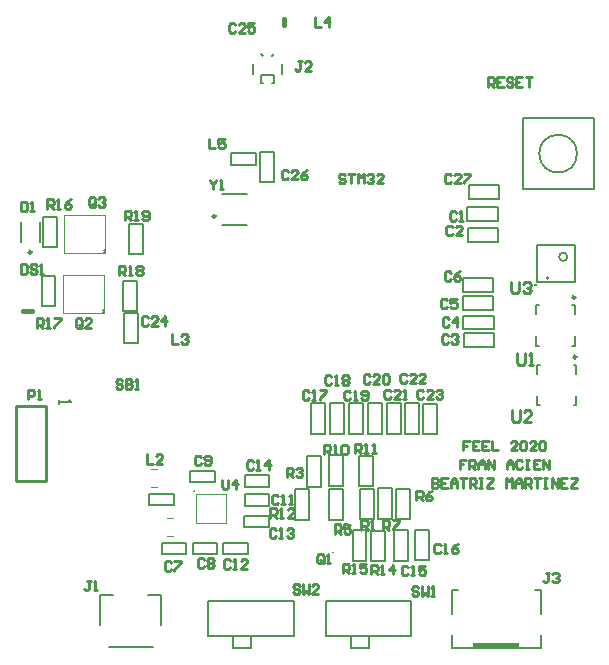
<source format=gbr>
%TF.GenerationSoftware,Altium Limited,Altium Designer,20.2.4 (192)*%
G04 Layer_Color=65535*
%FSLAX26Y26*%
%MOIN*%
%TF.SameCoordinates,E8949934-62E6-4346-A9B8-0D5D28CF3135*%
%TF.FilePolarity,Positive*%
%TF.FileFunction,Legend,Top*%
%TF.Part,Single*%
G01*
G75*
%TA.AperFunction,NonConductor*%
%ADD53C,0.005000*%
%ADD85C,0.005906*%
%ADD86C,0.010000*%
%ADD95C,0.009842*%
%ADD96C,0.006000*%
%ADD97C,0.003937*%
%ADD98C,0.007874*%
%ADD99C,0.004921*%
%ADD100C,0.004000*%
%ADD101C,0.015748*%
%ADD102C,0.005984*%
%ADD103R,0.157480X0.019685*%
D53*
X1283102Y443654D02*
Y544654D01*
X1329102Y443654D02*
Y544654D01*
X1283102D02*
X1329102D01*
X1283102Y443654D02*
X1329102D01*
X1063614Y729087D02*
X1109614D01*
X1063614Y830087D02*
X1109614D01*
Y729087D02*
Y830087D01*
X1063614Y729087D02*
Y830087D01*
X1000622Y729087D02*
X1046622D01*
X1000622Y830087D02*
X1046622D01*
Y729087D02*
Y830087D01*
X1000622Y729087D02*
Y830087D01*
X1346094Y306842D02*
X1392094D01*
X1346094Y407842D02*
X1392094D01*
Y306842D02*
Y407842D01*
X1346094Y306842D02*
Y407842D01*
X1275228Y305740D02*
X1321228D01*
X1275228Y406740D02*
X1321228D01*
Y305740D02*
Y406740D01*
X1275228Y305740D02*
Y406740D01*
X1059020Y556010D02*
Y657010D01*
X1105020Y556010D02*
Y657010D01*
X1059020D02*
X1105020D01*
X1059020Y556010D02*
X1105020D01*
X377000Y1031000D02*
X423000D01*
X377000Y1132000D02*
X423000D01*
Y1031000D02*
Y1132000D01*
X377000Y1031000D02*
Y1132000D01*
X734000Y1664000D02*
X816000D01*
X734000Y1626000D02*
Y1664000D01*
Y1626000D02*
X816000D01*
Y1664000D01*
X1607646Y1076409D02*
Y1122409D01*
X1506646Y1076409D02*
Y1122409D01*
X1607646D01*
X1506646Y1076409D02*
X1607646D01*
X1505583Y1187292D02*
X1606583D01*
X1505583Y1141292D02*
X1606583D01*
Y1187292D01*
X1505583Y1141292D02*
Y1187292D01*
X1505661Y1202394D02*
Y1248394D01*
X1606661Y1202394D02*
Y1248394D01*
X1505661Y1202394D02*
X1606661D01*
X1505661Y1248394D02*
X1606661D01*
X1521000Y1368000D02*
X1622000D01*
X1521000Y1414000D02*
X1622000D01*
X1521000Y1368000D02*
Y1414000D01*
X1622000Y1368000D02*
Y1414000D01*
X1520693Y1438370D02*
X1621693D01*
X1520693Y1484370D02*
X1621693D01*
X1520693Y1438370D02*
Y1484370D01*
X1621693Y1438370D02*
Y1484370D01*
X1625244Y1512433D02*
Y1558433D01*
X1524244Y1512433D02*
Y1558433D01*
X1625244D01*
X1524244Y1512433D02*
X1625244D01*
X1200000Y305000D02*
Y406000D01*
X1246000Y305000D02*
Y406000D01*
X1200000D02*
X1246000D01*
X1200000Y305000D02*
X1246000D01*
X1138000Y407000D02*
X1184000D01*
X1138000Y306000D02*
X1184000D01*
X1138000D02*
Y407000D01*
X1184000Y306000D02*
Y407000D01*
X1059677Y543669D02*
X1105677D01*
X1059677Y442669D02*
X1105677D01*
X1059677D02*
Y543669D01*
X1105677Y442669D02*
Y543669D01*
X986000Y653000D02*
X1032000D01*
X986000Y552000D02*
X1032000D01*
X986000D02*
Y653000D01*
X1032000Y552000D02*
Y653000D01*
X945990Y543000D02*
X991990D01*
X945990Y442000D02*
X991990D01*
X945990D02*
Y543000D01*
X991990Y442000D02*
Y543000D01*
X1205000Y554000D02*
Y655000D01*
X1159000Y554000D02*
Y655000D01*
Y554000D02*
X1205000D01*
X1159000Y655000D02*
X1205000D01*
X1126606Y729087D02*
X1172606D01*
X1126606Y830087D02*
X1172606D01*
Y729087D02*
Y830087D01*
X1126606Y729087D02*
Y830087D01*
X1189598Y729087D02*
X1235598D01*
X1189598Y830087D02*
X1235598D01*
Y729087D02*
Y830087D01*
X1189598Y729087D02*
Y830087D01*
X1252591Y729087D02*
X1298591D01*
X1252591Y830087D02*
X1298591D01*
Y729087D02*
Y830087D01*
X1252591Y729087D02*
Y830087D01*
X1314000Y729000D02*
X1360000D01*
X1314000Y830000D02*
X1360000D01*
Y729000D02*
Y830000D01*
X1314000Y729000D02*
Y830000D01*
X1374000Y728000D02*
X1420000D01*
X1374000Y829000D02*
X1420000D01*
Y728000D02*
Y829000D01*
X1374000Y728000D02*
Y829000D01*
X1162000Y445000D02*
X1208000D01*
X1162000Y546000D02*
X1208000D01*
Y445000D02*
Y546000D01*
X1162000Y445000D02*
Y546000D01*
X679000Y567000D02*
Y605000D01*
X597000Y567000D02*
X679000D01*
X597000D02*
Y605000D01*
X679000D01*
X1507630Y1018339D02*
X1608630D01*
X1507630Y1064339D02*
X1608630D01*
X1507630Y1018339D02*
Y1064339D01*
X1608630Y1018339D02*
Y1064339D01*
X1222000Y446000D02*
X1268000D01*
X1222000Y547000D02*
X1268000D01*
Y446000D02*
Y547000D01*
X1222000Y446000D02*
Y547000D01*
X101000Y1254000D02*
X147000D01*
X101000Y1153000D02*
X147000D01*
X101000D02*
Y1254000D01*
X147000Y1153000D02*
Y1254000D01*
X392000Y1327000D02*
X438000D01*
X392000Y1428000D02*
X438000D01*
Y1327000D02*
Y1428000D01*
X392000Y1327000D02*
Y1428000D01*
X374000Y1137000D02*
X420000D01*
X374000Y1238000D02*
X420000D01*
Y1137000D02*
Y1238000D01*
X374000Y1137000D02*
Y1238000D01*
X105000Y1350000D02*
X151000D01*
X105000Y1451000D02*
X151000D01*
Y1350000D02*
Y1451000D01*
X105000Y1350000D02*
Y1451000D01*
X459000Y528000D02*
X541000D01*
X459000Y490000D02*
Y528000D01*
Y490000D02*
X541000D01*
Y528000D01*
X778213Y551866D02*
X860213D01*
Y589866D01*
X778213D02*
X860213D01*
X778213Y551866D02*
Y589866D01*
X777583Y488874D02*
X859583D01*
Y526874D01*
X777583D02*
X859583D01*
X777583Y488874D02*
Y526874D01*
X776575Y417000D02*
X858575D01*
Y455000D01*
X776575D02*
X858575D01*
X776575Y417000D02*
Y455000D01*
X501992Y327457D02*
X583992D01*
Y365457D01*
X501992D02*
X583992D01*
X501992Y327457D02*
Y365457D01*
X604354D02*
X686354D01*
X604354Y327457D02*
Y365457D01*
Y327457D02*
X686354D01*
Y365457D01*
X707346D02*
X789346D01*
X707346Y327457D02*
Y365457D01*
Y327457D02*
X789346D01*
Y365457D01*
X830000Y1568000D02*
X876000D01*
X830000Y1669000D02*
X876000D01*
Y1568000D02*
Y1669000D01*
X830000Y1568000D02*
Y1669000D01*
D85*
X1791394Y1247756D02*
G03*
X1791394Y1247756I-2953J0D01*
G01*
X1853401Y1318622D02*
G03*
X1853401Y1318622I-13780J0D01*
G01*
X296625Y191189D02*
X338951D01*
X457055D02*
X499382D01*
X296625Y92764D02*
Y191189D01*
X325165Y18706D02*
X470835D01*
X499382Y92764D02*
Y191189D01*
X1049323Y52945D02*
Y171055D01*
Y52945D02*
X1332787Y52945D01*
Y171055D01*
X1049323Y171055D02*
X1332787Y171055D01*
X1132000Y13575D02*
Y52945D01*
Y13575D02*
X1191055D01*
Y52945D01*
X799000Y13575D02*
Y52945D01*
X739945Y13575D02*
X799000D01*
X739945D02*
Y52945D01*
X657268Y171055D02*
X940732Y171055D01*
Y52945D02*
Y171055D01*
X657268Y52945D02*
X940732Y52945D01*
X657268Y52945D02*
Y171055D01*
X1878008Y1232992D02*
Y1357008D01*
X1753992D02*
X1878008D01*
X1753992Y1232992D02*
Y1357008D01*
Y1232992D02*
X1878008D01*
X1870102Y1157913D02*
X1877976D01*
Y1126417D02*
Y1157913D01*
Y1022087D02*
Y1053583D01*
X1870102Y1022087D02*
X1877976D01*
X1750024D02*
X1757898D01*
X1750024D02*
Y1053583D01*
Y1157913D02*
X1757898D01*
X1750024Y1126417D02*
Y1157913D01*
X1754024Y927417D02*
Y958913D01*
X1761898D01*
X1754024Y823087D02*
Y854583D01*
Y823087D02*
X1761898D01*
X1874102D02*
X1881976D01*
Y854583D01*
Y927417D02*
Y958913D01*
X1874102D02*
X1881976D01*
X868764Y1987992D02*
X875653Y1994882D01*
X832347D02*
X839236Y1987992D01*
X804787Y1928740D02*
Y1962598D01*
X868173Y1896457D02*
X875654D01*
X832346D02*
X839827D01*
X903213Y1928740D02*
Y1962598D01*
X875653Y1923228D02*
X875654Y1896457D01*
X832346D02*
X832347Y1923228D01*
X875653D01*
D86*
X15748Y572197D02*
X114173D01*
Y821803D01*
X15748D02*
X114173D01*
X15748Y572197D02*
Y821803D01*
X1528253Y704422D02*
X1507262D01*
Y688679D01*
X1517757D01*
X1507262D01*
Y672936D01*
X1559738Y704422D02*
X1538748D01*
Y672936D01*
X1559738D01*
X1538748Y688679D02*
X1549243D01*
X1591224Y704422D02*
X1570234D01*
Y672936D01*
X1591224D01*
X1570234Y688679D02*
X1580729D01*
X1601720Y704422D02*
Y672936D01*
X1622710D01*
X1685682D02*
X1664691D01*
X1685682Y693927D01*
Y699175D01*
X1680434Y704422D01*
X1669939D01*
X1664691Y699175D01*
X1696177D02*
X1701425Y704422D01*
X1711920D01*
X1717168Y699175D01*
Y678184D01*
X1711920Y672936D01*
X1701425D01*
X1696177Y678184D01*
Y699175D01*
X1748654Y672936D02*
X1727663D01*
X1748654Y693927D01*
Y699175D01*
X1743406Y704422D01*
X1732911D01*
X1727663Y699175D01*
X1759149D02*
X1764397Y704422D01*
X1774892D01*
X1780140Y699175D01*
Y678184D01*
X1774892Y672936D01*
X1764397D01*
X1759149Y678184D01*
Y699175D01*
X1515133Y642639D02*
X1494143D01*
Y626896D01*
X1504638D01*
X1494143D01*
Y611153D01*
X1525629D02*
Y642639D01*
X1541372D01*
X1546619Y637391D01*
Y626896D01*
X1541372Y621649D01*
X1525629D01*
X1536124D02*
X1546619Y611153D01*
X1557115D02*
Y632144D01*
X1567610Y642639D01*
X1578105Y632144D01*
Y611153D01*
Y626896D01*
X1557115D01*
X1588601Y611153D02*
Y642639D01*
X1609591Y611153D01*
Y642639D01*
X1651572Y611153D02*
Y632144D01*
X1662068Y642639D01*
X1672563Y632144D01*
Y611153D01*
Y626896D01*
X1651572D01*
X1704049Y637391D02*
X1698801Y642639D01*
X1688306D01*
X1683058Y637391D01*
Y616401D01*
X1688306Y611153D01*
X1698801D01*
X1704049Y616401D01*
X1714544Y642639D02*
X1725039D01*
X1719792D01*
Y611153D01*
X1714544D01*
X1725039D01*
X1761773Y642639D02*
X1740782D01*
Y611153D01*
X1761773D01*
X1740782Y626896D02*
X1751278D01*
X1772268Y611153D02*
Y642639D01*
X1793259Y611153D01*
Y642639D01*
X1402309Y580856D02*
Y549370D01*
X1418052D01*
X1423300Y554618D01*
Y559865D01*
X1418052Y565113D01*
X1402309D01*
X1418052D01*
X1423300Y570361D01*
Y575608D01*
X1418052Y580856D01*
X1402309D01*
X1454785D02*
X1433795D01*
Y549370D01*
X1454785D01*
X1433795Y565113D02*
X1444290D01*
X1465281Y549370D02*
Y570361D01*
X1475776Y580856D01*
X1486271Y570361D01*
Y549370D01*
Y565113D01*
X1465281D01*
X1496767Y580856D02*
X1517757D01*
X1507262D01*
Y549370D01*
X1528253D02*
Y580856D01*
X1543995D01*
X1549243Y575608D01*
Y565113D01*
X1543995Y559865D01*
X1528253D01*
X1538748D02*
X1549243Y549370D01*
X1559738Y580856D02*
X1570234D01*
X1564986D01*
Y549370D01*
X1559738D01*
X1570234D01*
X1585977Y580856D02*
X1606967D01*
Y575608D01*
X1585977Y554618D01*
Y549370D01*
X1606967D01*
X1648948D02*
Y580856D01*
X1659444Y570361D01*
X1669939Y580856D01*
Y549370D01*
X1680434D02*
Y570361D01*
X1690930Y580856D01*
X1701425Y570361D01*
Y549370D01*
Y565113D01*
X1680434D01*
X1711920Y549370D02*
Y580856D01*
X1727663D01*
X1732911Y575608D01*
Y565113D01*
X1727663Y559865D01*
X1711920D01*
X1722416D02*
X1732911Y549370D01*
X1743406Y580856D02*
X1764397D01*
X1753901D01*
Y549370D01*
X1774892Y580856D02*
X1785387D01*
X1780140D01*
Y549370D01*
X1774892D01*
X1785387D01*
X1801130D02*
Y580856D01*
X1822121Y549370D01*
Y580856D01*
X1853607D02*
X1832616D01*
Y549370D01*
X1853607D01*
X1832616Y565113D02*
X1843112D01*
X1864102Y580856D02*
X1885093D01*
Y575608D01*
X1864102Y554618D01*
Y549370D01*
X1885093D01*
X1349746Y506895D02*
Y538381D01*
X1365489D01*
X1370737Y533133D01*
Y522638D01*
X1365489Y517390D01*
X1349746D01*
X1360241D02*
X1370737Y506895D01*
X1402223Y538381D02*
X1391727Y533133D01*
X1381232Y522638D01*
Y512143D01*
X1386480Y506895D01*
X1396975D01*
X1402223Y512143D01*
Y517390D01*
X1396975Y522638D01*
X1381232D01*
X658762Y1711743D02*
Y1680257D01*
X679752D01*
X711238Y1711743D02*
X690248D01*
Y1696000D01*
X700743Y1701248D01*
X705991D01*
X711238Y1696000D01*
Y1685505D01*
X705991Y1680257D01*
X695495D01*
X690248Y1685505D01*
X702762Y575743D02*
Y549505D01*
X708010Y544257D01*
X718505D01*
X723752Y549505D01*
Y575743D01*
X749991Y544257D02*
Y575743D01*
X734248Y560000D01*
X755238D01*
X450762Y659743D02*
Y628257D01*
X471752D01*
X503238D02*
X482248D01*
X503238Y649248D01*
Y654495D01*
X497991Y659743D01*
X487495D01*
X482248Y654495D01*
X806633Y634708D02*
X801386Y639956D01*
X790890D01*
X785643Y634708D01*
Y613717D01*
X790890Y608470D01*
X801386D01*
X806633Y613717D01*
X817129Y608470D02*
X827624D01*
X822376D01*
Y639956D01*
X817129Y634708D01*
X859110Y608470D02*
Y639956D01*
X843367Y624213D01*
X864357D01*
X882224Y408133D02*
X876976Y413381D01*
X866481D01*
X861233Y408133D01*
Y387143D01*
X866481Y381895D01*
X876976D01*
X882224Y387143D01*
X892719Y381895D02*
X903214D01*
X897967D01*
Y413381D01*
X892719Y408133D01*
X918957D02*
X924205Y413381D01*
X934700D01*
X939948Y408133D01*
Y402885D01*
X934700Y397638D01*
X929453D01*
X934700D01*
X939948Y392390D01*
Y387143D01*
X934700Y381895D01*
X924205D01*
X918957Y387143D01*
X729633Y305495D02*
X724386Y310743D01*
X713890D01*
X708643Y305495D01*
Y284505D01*
X713890Y279257D01*
X724386D01*
X729633Y284505D01*
X740129Y279257D02*
X750624D01*
X745376D01*
Y310743D01*
X740129Y305495D01*
X787357Y279257D02*
X766367D01*
X787357Y300248D01*
Y305495D01*
X782110Y310743D01*
X771615D01*
X766367Y305495D01*
X889881Y519495D02*
X884633Y524743D01*
X874138D01*
X868890Y519495D01*
Y498505D01*
X874138Y493257D01*
X884633D01*
X889881Y498505D01*
X900376Y493257D02*
X910871D01*
X905624D01*
Y524743D01*
X900376Y519495D01*
X926615Y493257D02*
X937110D01*
X931862D01*
Y524743D01*
X926615Y519495D01*
X632752Y650495D02*
X627505Y655743D01*
X617010D01*
X611762Y650495D01*
Y629505D01*
X617010Y624257D01*
X627505D01*
X632752Y629505D01*
X643248D02*
X648495Y624257D01*
X658991D01*
X664238Y629505D01*
Y650495D01*
X658991Y655743D01*
X648495D01*
X643248Y650495D01*
Y645248D01*
X648495Y640000D01*
X664238D01*
X642752Y308495D02*
X637505Y313743D01*
X627010D01*
X621762Y308495D01*
Y287505D01*
X627010Y282257D01*
X637505D01*
X642752Y287505D01*
X653248Y308495D02*
X658495Y313743D01*
X668991D01*
X674238Y308495D01*
Y303248D01*
X668991Y298000D01*
X674238Y292752D01*
Y287505D01*
X668991Y282257D01*
X658495D01*
X653248Y287505D01*
Y292752D01*
X658495Y298000D01*
X653248Y303248D01*
Y308495D01*
X658495Y298000D02*
X668991D01*
X532752Y298495D02*
X527505Y303743D01*
X517010D01*
X511762Y298495D01*
Y277505D01*
X517010Y272257D01*
X527505D01*
X532752Y277505D01*
X543248Y303743D02*
X564238D01*
Y298495D01*
X543248Y277505D01*
Y272257D01*
X663009Y1575743D02*
Y1570495D01*
X673505Y1560000D01*
X684000Y1570495D01*
Y1575743D01*
X673505Y1560000D02*
Y1544257D01*
X694495D02*
X704991D01*
X699743D01*
Y1575743D01*
X694495Y1570495D01*
X1666202Y1235679D02*
Y1202881D01*
X1672762Y1196321D01*
X1685881D01*
X1692440Y1202881D01*
Y1235679D01*
X1705560Y1229119D02*
X1712119Y1235679D01*
X1725238D01*
X1731798Y1229119D01*
Y1222560D01*
X1725238Y1216000D01*
X1718679D01*
X1725238D01*
X1731798Y1209440D01*
Y1202881D01*
X1725238Y1196321D01*
X1712119D01*
X1705560Y1202881D01*
X1668202Y806679D02*
Y773881D01*
X1674762Y767321D01*
X1687881D01*
X1694440Y773881D01*
Y806679D01*
X1733798Y767321D02*
X1707560D01*
X1733798Y793559D01*
Y800119D01*
X1727238Y806679D01*
X1714119D01*
X1707560Y800119D01*
X1686360Y997041D02*
Y964243D01*
X1692920Y957683D01*
X1706039D01*
X1712598Y964243D01*
Y997041D01*
X1725718Y957683D02*
X1738837D01*
X1732277D01*
Y997041D01*
X1725718Y990481D01*
X1588533Y1885257D02*
Y1916743D01*
X1604276D01*
X1609524Y1911495D01*
Y1901000D01*
X1604276Y1895752D01*
X1588533D01*
X1599028D02*
X1609524Y1885257D01*
X1641009Y1916743D02*
X1620019D01*
Y1885257D01*
X1641009D01*
X1620019Y1901000D02*
X1630514D01*
X1672495Y1911495D02*
X1667248Y1916743D01*
X1656752D01*
X1651505Y1911495D01*
Y1906248D01*
X1656752Y1901000D01*
X1667248D01*
X1672495Y1895752D01*
Y1890505D01*
X1667248Y1885257D01*
X1656752D01*
X1651505Y1890505D01*
X1703981Y1916743D02*
X1682991D01*
Y1885257D01*
X1703981D01*
X1682991Y1901000D02*
X1693486D01*
X1714476Y1916743D02*
X1735467D01*
X1724972D01*
Y1885257D01*
X961064Y221495D02*
X955817Y226743D01*
X945322D01*
X940074Y221495D01*
Y216248D01*
X945322Y211000D01*
X955817D01*
X961064Y205752D01*
Y200505D01*
X955817Y195257D01*
X945322D01*
X940074Y200505D01*
X971560Y226743D02*
Y195257D01*
X982055Y205752D01*
X992550Y195257D01*
Y226743D01*
X1024036Y195257D02*
X1003046D01*
X1024036Y216248D01*
Y221495D01*
X1018789Y226743D01*
X1008293D01*
X1003046Y221495D01*
X1357147Y214503D02*
X1351899Y219751D01*
X1341404D01*
X1336156Y214503D01*
Y209256D01*
X1341404Y204008D01*
X1351899D01*
X1357147Y198760D01*
Y193513D01*
X1351899Y188265D01*
X1341404D01*
X1336156Y193513D01*
X1367642Y219751D02*
Y188265D01*
X1378138Y198760D01*
X1388633Y188265D01*
Y219751D01*
X1399128Y188265D02*
X1409623D01*
X1404376D01*
Y219751D01*
X1399128Y214503D01*
X1112854Y1589866D02*
X1107607Y1595114D01*
X1097111D01*
X1091863Y1589866D01*
Y1584619D01*
X1097111Y1579371D01*
X1107607D01*
X1112854Y1574123D01*
Y1568876D01*
X1107607Y1563628D01*
X1097111D01*
X1091863Y1568876D01*
X1123349Y1595114D02*
X1144340D01*
X1133845D01*
Y1563628D01*
X1154835D02*
Y1595114D01*
X1165331Y1584619D01*
X1175826Y1595114D01*
Y1563628D01*
X1186321Y1589866D02*
X1191569Y1595114D01*
X1202064D01*
X1207312Y1589866D01*
Y1584619D01*
X1202064Y1579371D01*
X1196816D01*
X1202064D01*
X1207312Y1574123D01*
Y1568876D01*
X1202064Y1563628D01*
X1191569D01*
X1186321Y1568876D01*
X1238798Y1563628D02*
X1217807D01*
X1238798Y1584619D01*
Y1589866D01*
X1233550Y1595114D01*
X1223055D01*
X1217807Y1589866D01*
X370257Y905495D02*
X365010Y910743D01*
X354514D01*
X349267Y905495D01*
Y900248D01*
X354514Y895000D01*
X365010D01*
X370257Y889752D01*
Y884505D01*
X365010Y879257D01*
X354514D01*
X349267Y884505D01*
X380752Y910743D02*
Y879257D01*
X396495D01*
X401743Y884505D01*
Y889752D01*
X396495Y895000D01*
X380752D01*
X396495D01*
X401743Y900248D01*
Y905495D01*
X396495Y910743D01*
X380752D01*
X412238Y879257D02*
X422734D01*
X417486D01*
Y910743D01*
X412238Y905495D01*
X378950Y1439966D02*
Y1471452D01*
X394693D01*
X399940Y1466204D01*
Y1455709D01*
X394693Y1450461D01*
X378950D01*
X389445D02*
X399940Y1439966D01*
X410436D02*
X420931D01*
X415683D01*
Y1471452D01*
X410436Y1466204D01*
X436674Y1445214D02*
X441922Y1439966D01*
X452417D01*
X457664Y1445214D01*
Y1466204D01*
X452417Y1471452D01*
X441922D01*
X436674Y1466204D01*
Y1460956D01*
X441922Y1455709D01*
X457664D01*
X359643Y1257257D02*
Y1288743D01*
X375386D01*
X380633Y1283495D01*
Y1273000D01*
X375386Y1267752D01*
X359643D01*
X370138D02*
X380633Y1257257D01*
X391128D02*
X401624D01*
X396376D01*
Y1288743D01*
X391128Y1283495D01*
X417367D02*
X422615Y1288743D01*
X433110D01*
X438357Y1283495D01*
Y1278248D01*
X433110Y1273000D01*
X438357Y1267752D01*
Y1262505D01*
X433110Y1257257D01*
X422615D01*
X417367Y1262505D01*
Y1267752D01*
X422615Y1273000D01*
X417367Y1278248D01*
Y1283495D01*
X422615Y1273000D02*
X433110D01*
X85806Y1081856D02*
X85484Y1113340D01*
X101226Y1113501D01*
X106527Y1108307D01*
X106634Y1097812D01*
X101441Y1092511D01*
X85698Y1092350D01*
X96193Y1092458D02*
X106795Y1082070D01*
X117290Y1082177D02*
X127785Y1082285D01*
X122537Y1082231D01*
X122216Y1113715D01*
X117022Y1108414D01*
X143205Y1113930D02*
X164195Y1114144D01*
X164248Y1108897D01*
X143473Y1087693D01*
X143527Y1082446D01*
X120091Y1479336D02*
Y1510822D01*
X135834D01*
X141082Y1505574D01*
Y1495079D01*
X135834Y1489831D01*
X120091D01*
X130587D02*
X141082Y1479336D01*
X151577D02*
X162073D01*
X156825D01*
Y1510822D01*
X151577Y1505574D01*
X198806Y1510822D02*
X188311Y1505574D01*
X177816Y1495079D01*
Y1484583D01*
X183063Y1479336D01*
X193559D01*
X198806Y1484583D01*
Y1489831D01*
X193559Y1495079D01*
X177816D01*
X1105328Y263785D02*
Y295271D01*
X1121071D01*
X1126318Y290023D01*
Y279528D01*
X1121071Y274280D01*
X1105328D01*
X1115823D02*
X1126318Y263785D01*
X1136813D02*
X1147309D01*
X1142061D01*
Y295271D01*
X1136813Y290023D01*
X1184042Y295271D02*
X1163052D01*
Y279528D01*
X1173547Y284775D01*
X1178795D01*
X1184042Y279528D01*
Y269032D01*
X1178795Y263785D01*
X1168299D01*
X1163052Y269032D01*
X1199816Y259848D02*
Y291334D01*
X1215559D01*
X1220806Y286086D01*
Y275591D01*
X1215559Y270343D01*
X1199816D01*
X1210311D02*
X1220806Y259848D01*
X1231302D02*
X1241797D01*
X1236549D01*
Y291334D01*
X1231302Y286086D01*
X1273283Y259848D02*
Y291334D01*
X1257540Y275591D01*
X1278531D01*
X863202Y448824D02*
Y480310D01*
X878945D01*
X884192Y475062D01*
Y464567D01*
X878945Y459319D01*
X863202D01*
X873697D02*
X884192Y448824D01*
X894688D02*
X905183D01*
X899935D01*
Y480310D01*
X894688Y475062D01*
X941917Y448824D02*
X920926D01*
X941917Y469815D01*
Y475062D01*
X936669Y480310D01*
X926174D01*
X920926Y475062D01*
X1145890Y663257D02*
Y694743D01*
X1161633D01*
X1166881Y689495D01*
Y679000D01*
X1161633Y673752D01*
X1145890D01*
X1156386D02*
X1166881Y663257D01*
X1177376D02*
X1187871D01*
X1182624D01*
Y694743D01*
X1177376Y689495D01*
X1203614Y663257D02*
X1214110D01*
X1208862D01*
Y694743D01*
X1203614Y689495D01*
X1042643Y660257D02*
Y691743D01*
X1058386D01*
X1063633Y686495D01*
Y676000D01*
X1058386Y670752D01*
X1042643D01*
X1053138D02*
X1063633Y660257D01*
X1074129D02*
X1084624D01*
X1079376D01*
Y691743D01*
X1074129Y686495D01*
X1100367D02*
X1105614Y691743D01*
X1116110D01*
X1121357Y686495D01*
Y665505D01*
X1116110Y660257D01*
X1105614D01*
X1100367Y665505D01*
Y686495D01*
X1239510Y408470D02*
Y439956D01*
X1255253D01*
X1260500Y434708D01*
Y424213D01*
X1255253Y418965D01*
X1239510D01*
X1250005D02*
X1260500Y408470D01*
X1270996Y439956D02*
X1291986D01*
Y434708D01*
X1270996Y413717D01*
Y408470D01*
X1078043Y394772D02*
X1078142Y426258D01*
X1093885Y426209D01*
X1099116Y420945D01*
X1099083Y410450D01*
X1093819Y405218D01*
X1078076Y405267D01*
X1088572Y405235D02*
X1099034Y394707D01*
X1130618Y426094D02*
X1109628Y426160D01*
X1109578Y410417D01*
X1120090Y415632D01*
X1125338Y415615D01*
X1130569Y410351D01*
X1130536Y399856D01*
X1125272Y394625D01*
X1114777Y394658D01*
X1109545Y399922D01*
X917671Y584410D02*
X917854Y615895D01*
X933596Y615804D01*
X938813Y610526D01*
X938753Y600031D01*
X933475Y594814D01*
X917732Y594905D01*
X928227Y594844D02*
X938661Y584288D01*
X949309Y610465D02*
X954587Y615682D01*
X965082Y615621D01*
X970299Y610343D01*
X970268Y605095D01*
X964990Y599878D01*
X959743Y599909D01*
X964990Y599878D01*
X970207Y594600D01*
X970177Y589352D01*
X964899Y584135D01*
X954404Y584196D01*
X949187Y589475D01*
X1167002Y409454D02*
Y440940D01*
X1182745D01*
X1187992Y435692D01*
Y425197D01*
X1182745Y419949D01*
X1167002D01*
X1177497D02*
X1187992Y409454D01*
X1198487D02*
X1208983D01*
X1203735D01*
Y440940D01*
X1198487Y435692D01*
X280206Y1490479D02*
X280165Y1511470D01*
X274908Y1516707D01*
X264412Y1516687D01*
X259175Y1511429D01*
X259215Y1490438D01*
X264473Y1485201D01*
X274968Y1485221D01*
X269700Y1495706D02*
X280216Y1485231D01*
X274968Y1485221D02*
X280206Y1490479D01*
X290661Y1511490D02*
X295898Y1516748D01*
X306393Y1516768D01*
X311651Y1511530D01*
X311661Y1506283D01*
X306424Y1501025D01*
X301176Y1501015D01*
X306424Y1501025D01*
X311682Y1495787D01*
X311692Y1490540D01*
X306454Y1485282D01*
X295959Y1485262D01*
X290701Y1490499D01*
X235813Y1087475D02*
X235692Y1108465D01*
X230414Y1113682D01*
X219919Y1113621D01*
X214702Y1108343D01*
X214823Y1087353D01*
X220101Y1082136D01*
X230596Y1082197D01*
X225288Y1092661D02*
X235844Y1082227D01*
X230596Y1082197D02*
X235813Y1087475D01*
X267329Y1082409D02*
X246339Y1082288D01*
X267207Y1103399D01*
X267177Y1108647D01*
X261899Y1113864D01*
X251404Y1113803D01*
X246187Y1108526D01*
X1041000Y301725D02*
Y322716D01*
X1035752Y327964D01*
X1025257D01*
X1020009Y322716D01*
Y301725D01*
X1025257Y296478D01*
X1035752D01*
X1030505Y306973D02*
X1041000Y296478D01*
X1035752D02*
X1041000Y301725D01*
X1051495Y296478D02*
X1061991D01*
X1056743D01*
Y327964D01*
X1051495Y322716D01*
X56009Y844257D02*
Y875743D01*
X71752D01*
X77000Y870495D01*
Y860000D01*
X71752Y854752D01*
X56009D01*
X87495Y844257D02*
X97991D01*
X92743D01*
Y875743D01*
X87495Y870495D01*
X1010762Y2116743D02*
Y2085257D01*
X1031752D01*
X1057991D02*
Y2116743D01*
X1042248Y2101000D01*
X1063238D01*
X535762Y1060743D02*
Y1029257D01*
X556752D01*
X567248Y1055495D02*
X572495Y1060743D01*
X582991D01*
X588238Y1055495D01*
Y1050248D01*
X582991Y1045000D01*
X577743D01*
X582991D01*
X588238Y1039752D01*
Y1034505D01*
X582991Y1029257D01*
X572495D01*
X567248Y1034505D01*
X1793263Y264743D02*
X1782768D01*
X1788016D01*
Y238505D01*
X1782768Y233257D01*
X1777521D01*
X1772273Y238505D01*
X1803759Y259495D02*
X1809006Y264743D01*
X1819502D01*
X1824749Y259495D01*
Y254248D01*
X1819502Y249000D01*
X1814254D01*
X1819502D01*
X1824749Y243752D01*
Y238505D01*
X1819502Y233257D01*
X1809006D01*
X1803759Y238505D01*
X967752Y1969743D02*
X957257D01*
X962505D01*
Y1943505D01*
X957257Y1938257D01*
X952010D01*
X946762Y1943505D01*
X999238Y1938257D02*
X978248D01*
X999238Y1959248D01*
Y1964495D01*
X993991Y1969743D01*
X983495D01*
X978248Y1964495D01*
X264299Y238767D02*
X253804D01*
X259052D01*
Y212528D01*
X253804Y207281D01*
X248556D01*
X243309Y212528D01*
X274795Y207281D02*
X285290D01*
X280042D01*
Y238767D01*
X274795Y233519D01*
X32267Y1293743D02*
Y1262257D01*
X48010D01*
X53257Y1267505D01*
Y1288495D01*
X48010Y1293743D01*
X32267D01*
X84743Y1288495D02*
X79495Y1293743D01*
X69000D01*
X63752Y1288495D01*
Y1283248D01*
X69000Y1278000D01*
X79495D01*
X84743Y1272752D01*
Y1267505D01*
X79495Y1262257D01*
X69000D01*
X63752Y1267505D01*
X95238Y1262257D02*
X105734D01*
X100486D01*
Y1293743D01*
X95238Y1288495D01*
X32159Y1501964D02*
Y1470478D01*
X47902D01*
X53150Y1475725D01*
Y1496716D01*
X47902Y1501964D01*
X32159D01*
X63645Y1470478D02*
X74140D01*
X68893D01*
Y1501964D01*
X63645Y1496716D01*
X1466009Y1589495D02*
X1460762Y1594743D01*
X1450266D01*
X1445019Y1589495D01*
Y1568505D01*
X1450266Y1563257D01*
X1460762D01*
X1466009Y1568505D01*
X1497495Y1563257D02*
X1476505D01*
X1497495Y1584248D01*
Y1589495D01*
X1492248Y1594743D01*
X1481752D01*
X1476505Y1589495D01*
X1507991Y1594743D02*
X1528981D01*
Y1589495D01*
X1507991Y1568505D01*
Y1563257D01*
X923009Y1602495D02*
X917762Y1607743D01*
X907266D01*
X902019Y1602495D01*
Y1581505D01*
X907266Y1576257D01*
X917762D01*
X923009Y1581505D01*
X954495Y1576257D02*
X933505D01*
X954495Y1597248D01*
Y1602495D01*
X949248Y1607743D01*
X938752D01*
X933505Y1602495D01*
X985981Y1607743D02*
X975486Y1602495D01*
X964991Y1592000D01*
Y1581505D01*
X970238Y1576257D01*
X980734D01*
X985981Y1581505D01*
Y1586752D01*
X980734Y1592000D01*
X964991D01*
X747009Y2091495D02*
X741762Y2096743D01*
X731266D01*
X726019Y2091495D01*
Y2070505D01*
X731266Y2065257D01*
X741762D01*
X747009Y2070505D01*
X778495Y2065257D02*
X757505D01*
X778495Y2086248D01*
Y2091495D01*
X773248Y2096743D01*
X762752D01*
X757505Y2091495D01*
X809981Y2096743D02*
X788991D01*
Y2081000D01*
X799486Y2086248D01*
X804734D01*
X809981Y2081000D01*
Y2070505D01*
X804734Y2065257D01*
X794238D01*
X788991Y2070505D01*
X456009Y1115495D02*
X450762Y1120743D01*
X440267D01*
X435019Y1115495D01*
Y1094505D01*
X440267Y1089257D01*
X450762D01*
X456009Y1094505D01*
X487495Y1089257D02*
X466505D01*
X487495Y1110248D01*
Y1115495D01*
X482248Y1120743D01*
X471752D01*
X466505Y1115495D01*
X513734Y1089257D02*
Y1120743D01*
X497991Y1105000D01*
X518981D01*
X1374009Y870495D02*
X1368762Y875743D01*
X1358266D01*
X1353019Y870495D01*
Y849505D01*
X1358266Y844257D01*
X1368762D01*
X1374009Y849505D01*
X1405495Y844257D02*
X1384505D01*
X1405495Y865248D01*
Y870495D01*
X1400248Y875743D01*
X1389752D01*
X1384505Y870495D01*
X1415991D02*
X1421238Y875743D01*
X1431734D01*
X1436981Y870495D01*
Y865248D01*
X1431734Y860000D01*
X1426486D01*
X1431734D01*
X1436981Y854752D01*
Y849505D01*
X1431734Y844257D01*
X1421238D01*
X1415991Y849505D01*
X1317592Y923881D02*
X1312344Y929129D01*
X1301849D01*
X1296601Y923881D01*
Y902891D01*
X1301849Y897643D01*
X1312344D01*
X1317592Y902891D01*
X1349078Y897643D02*
X1328087D01*
X1349078Y918634D01*
Y923881D01*
X1343830Y929129D01*
X1333335D01*
X1328087Y923881D01*
X1380564Y897643D02*
X1359573D01*
X1380564Y918634D01*
Y923881D01*
X1375316Y929129D01*
X1364821D01*
X1359573Y923881D01*
X1264257Y870495D02*
X1259009Y875743D01*
X1248514D01*
X1243266Y870495D01*
Y849505D01*
X1248514Y844257D01*
X1259009D01*
X1264257Y849505D01*
X1295743Y844257D02*
X1274752D01*
X1295743Y865248D01*
Y870495D01*
X1290495Y875743D01*
X1280000D01*
X1274752Y870495D01*
X1306238Y844257D02*
X1316734D01*
X1311486D01*
Y875743D01*
X1306238Y870495D01*
X1195545Y920928D02*
X1190297Y926176D01*
X1179802D01*
X1174554Y920928D01*
Y899938D01*
X1179802Y894690D01*
X1190297D01*
X1195545Y899938D01*
X1227031Y894690D02*
X1206040D01*
X1227031Y915681D01*
Y920928D01*
X1221783Y926176D01*
X1211288D01*
X1206040Y920928D01*
X1237526D02*
X1242774Y926176D01*
X1253269D01*
X1258517Y920928D01*
Y899938D01*
X1253269Y894690D01*
X1242774D01*
X1237526Y899938D01*
Y920928D01*
X1130633Y867495D02*
X1125386Y872743D01*
X1114890D01*
X1109643Y867495D01*
Y846505D01*
X1114890Y841257D01*
X1125386D01*
X1130633Y846505D01*
X1141129Y841257D02*
X1151624D01*
X1146376D01*
Y872743D01*
X1141129Y867495D01*
X1167367Y846505D02*
X1172614Y841257D01*
X1183110D01*
X1188357Y846505D01*
Y867495D01*
X1183110Y872743D01*
X1172614D01*
X1167367Y867495D01*
Y862248D01*
X1172614Y857000D01*
X1188357D01*
X1067263Y917976D02*
X1062015Y923223D01*
X1051520D01*
X1046273Y917976D01*
Y896985D01*
X1051520Y891737D01*
X1062015D01*
X1067263Y896985D01*
X1077758Y891737D02*
X1088254D01*
X1083006D01*
Y923223D01*
X1077758Y917976D01*
X1103997D02*
X1109244Y923223D01*
X1119740D01*
X1124987Y917976D01*
Y912728D01*
X1119740Y907480D01*
X1124987Y902233D01*
Y896985D01*
X1119740Y891737D01*
X1109244D01*
X1103997Y896985D01*
Y902233D01*
X1109244Y907480D01*
X1103997Y912728D01*
Y917976D01*
X1109244Y907480D02*
X1119740D01*
X992460Y867779D02*
X987212Y873027D01*
X976717D01*
X971469Y867779D01*
Y846788D01*
X976717Y841541D01*
X987212D01*
X992460Y846788D01*
X1002955Y841541D02*
X1013451D01*
X1008203D01*
Y873027D01*
X1002955Y867779D01*
X1029194Y873027D02*
X1050184D01*
Y867779D01*
X1029194Y846788D01*
Y841541D01*
X1431436Y356952D02*
X1426189Y362200D01*
X1415693D01*
X1410446Y356952D01*
Y335962D01*
X1415693Y330714D01*
X1426189D01*
X1431436Y335962D01*
X1441932Y330714D02*
X1452427D01*
X1447179D01*
Y362200D01*
X1441932Y356952D01*
X1489160Y362200D02*
X1478665Y356952D01*
X1468170Y346457D01*
Y335962D01*
X1473418Y330714D01*
X1483913D01*
X1489160Y335962D01*
Y341209D01*
X1483913Y346457D01*
X1468170D01*
X1322184Y283133D02*
X1316937Y288381D01*
X1306441D01*
X1301194Y283133D01*
Y262143D01*
X1306441Y256895D01*
X1316937D01*
X1322184Y262143D01*
X1332680Y256895D02*
X1343175D01*
X1337927D01*
Y288381D01*
X1332680Y283133D01*
X1379909Y288381D02*
X1358918D01*
Y272638D01*
X1369413Y277885D01*
X1374661D01*
X1379909Y272638D01*
Y262143D01*
X1374661Y256895D01*
X1364166D01*
X1358918Y262143D01*
X1465225Y1265417D02*
X1459977Y1270664D01*
X1449482D01*
X1444234Y1265417D01*
Y1244426D01*
X1449482Y1239178D01*
X1459977D01*
X1465225Y1244426D01*
X1496711Y1270664D02*
X1486215Y1265417D01*
X1475720Y1254921D01*
Y1244426D01*
X1480968Y1239178D01*
X1491463D01*
X1496711Y1244426D01*
Y1249674D01*
X1491463Y1254921D01*
X1475720D01*
X1452965Y1173370D02*
X1447718Y1178617D01*
X1437222D01*
X1431975Y1173370D01*
Y1152379D01*
X1437222Y1147131D01*
X1447718D01*
X1452965Y1152379D01*
X1484451Y1178617D02*
X1463460D01*
Y1162874D01*
X1473956Y1168122D01*
X1479204D01*
X1484451Y1162874D01*
Y1152379D01*
X1479204Y1147131D01*
X1468708D01*
X1463460Y1152379D01*
X1458398Y1111905D02*
X1453150Y1117152D01*
X1442655D01*
X1437408Y1111905D01*
Y1090914D01*
X1442655Y1085667D01*
X1453150D01*
X1458398Y1090914D01*
X1484636Y1085667D02*
Y1117152D01*
X1468893Y1101409D01*
X1489884D01*
X1456870Y1055204D02*
X1451623Y1060452D01*
X1441128D01*
X1435880Y1055204D01*
Y1034214D01*
X1441128Y1028966D01*
X1451623D01*
X1456870Y1034214D01*
X1467366Y1055204D02*
X1472613Y1060452D01*
X1483109D01*
X1488356Y1055204D01*
Y1049956D01*
X1483109Y1044709D01*
X1477861D01*
X1483109D01*
X1488356Y1039461D01*
Y1034214D01*
X1483109Y1028966D01*
X1472613D01*
X1467366Y1034214D01*
X1470752Y1416495D02*
X1465505Y1421743D01*
X1455009D01*
X1449762Y1416495D01*
Y1395505D01*
X1455009Y1390257D01*
X1465505D01*
X1470752Y1395505D01*
X1502238Y1390257D02*
X1481248D01*
X1502238Y1411248D01*
Y1416495D01*
X1496991Y1421743D01*
X1486495D01*
X1481248Y1416495D01*
X1483268Y1465220D02*
X1478020Y1470467D01*
X1467525D01*
X1462277Y1465220D01*
Y1444229D01*
X1467525Y1438982D01*
X1478020D01*
X1483268Y1444229D01*
X1493763Y1438982D02*
X1504258D01*
X1499011D01*
Y1470467D01*
X1493763Y1465220D01*
D95*
X67913Y1333661D02*
G03*
X67913Y1333661I-4921J0D01*
G01*
X680992Y1453347D02*
G03*
X680992Y1453347I-4921J0D01*
G01*
X1748087Y1225118D02*
G03*
X1748087Y1225118I-1968J0D01*
G01*
X1879945Y1183504D02*
G03*
X1879945Y1183504I-4921J0D01*
G01*
X1883945Y984504D02*
G03*
X1883945Y984504I-4921J0D01*
G01*
D96*
X1885858Y1662402D02*
G03*
X1885858Y1662402I-63023J0D01*
G01*
X1704724Y1544291D02*
X1940945D01*
Y1780512D01*
X1704724D02*
X1940945D01*
X1704724Y1544291D02*
Y1780512D01*
X1469118Y208157D02*
X1487819D01*
X1745693D02*
X1764393D01*
X1469118Y14260D02*
X1764393D01*
X157874Y841882D02*
Y828553D01*
Y835217D01*
X197861D01*
X191197Y841882D01*
D97*
X1073362Y333551D02*
G03*
X1073362Y333551I-1968J0D01*
G01*
D98*
X610472Y536850D02*
G03*
X610472Y536850I-1968J0D01*
G01*
X94488Y1368110D02*
Y1435039D01*
X31496Y1368110D02*
Y1435039D01*
X701661Y1423819D02*
X784339D01*
X701661Y1526181D02*
X784339D01*
D99*
X467221Y550685D02*
X486906D01*
X467221Y611315D02*
X486906D01*
X519724Y448541D02*
X539409D01*
X519724Y387911D02*
X539409D01*
X615984Y430945D02*
X714409D01*
Y529370D01*
X615984Y430945D02*
Y529370D01*
X714409D01*
D100*
X306882Y1340984D02*
X310882Y1344984D01*
Y1345984D01*
X304882Y1331984D02*
X310882Y1337984D01*
X295882Y1331984D02*
X310882D01*
Y1341984D01*
X300882Y1331984D02*
X310882Y1341984D01*
X175882Y1331984D02*
Y1456984D01*
Y1331984D02*
X310882D01*
Y1456984D01*
X175882D02*
X310882D01*
X172882Y1256984D02*
X307882D01*
Y1131984D02*
Y1256984D01*
X172882Y1131984D02*
X307882D01*
X172882D02*
Y1256984D01*
X297882Y1131984D02*
X307882Y1141984D01*
Y1131984D02*
Y1141984D01*
X292882Y1131984D02*
X307882D01*
X301882D02*
X307882Y1137984D01*
Y1144984D02*
Y1145984D01*
X303882Y1140984D02*
X307882Y1144984D01*
D101*
X908724Y2090173D02*
Y2111827D01*
X38252Y1137039D02*
X69748D01*
D102*
X1764393Y128433D02*
Y208157D01*
X1469118Y128433D02*
Y208157D01*
Y14260D02*
Y56583D01*
X1764393Y14260D02*
Y56583D01*
D103*
X1616755Y21173D02*
D03*
%TF.MD5,1cf389eb4dc5a5e3ac1039cba02806cc*%
M02*

</source>
